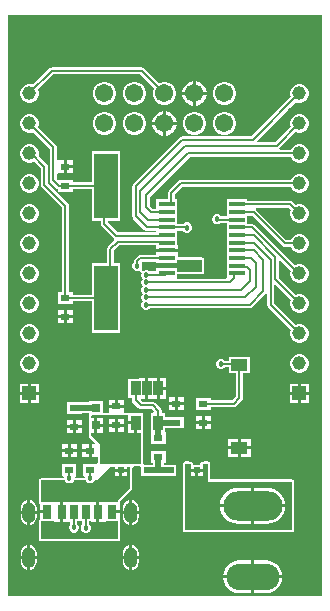
<source format=gtl>
G04*
G04 #@! TF.GenerationSoftware,Altium Limited,Altium Designer,23.1.1 (15)*
G04*
G04 Layer_Physical_Order=1*
G04 Layer_Color=255*
%FSLAX44Y44*%
%MOMM*%
G71*
G04*
G04 #@! TF.SameCoordinates,3E9F2625-A0FB-4649-AC3E-977DFEA3D768*
G04*
G04*
G04 #@! TF.FilePolarity,Positive*
G04*
G01*
G75*
%ADD17R,0.8000X0.6000*%
%ADD18R,0.6858X1.2000*%
%ADD19R,0.8000X1.2000*%
%ADD20R,2.0000X5.5000*%
%ADD21R,1.3500X0.4500*%
%ADD22R,0.8500X1.2500*%
%ADD23R,0.5000X0.5000*%
%ADD24R,0.8000X0.8000*%
%ADD25R,1.4000X1.0000*%
%ADD41C,0.1778*%
%ADD42C,0.5080*%
%ADD43O,0.8000X1.6000*%
%ADD44C,1.5450*%
%ADD45C,3.1800*%
%ADD46R,1.1628X1.1628*%
%ADD47C,1.1628*%
%ADD48O,4.5000X2.2500*%
%ADD49O,5.0000X2.5000*%
%ADD50C,1.2700*%
%ADD51C,0.4572*%
G36*
X274788Y-500848D02*
X8422D01*
Y-8422D01*
X274788D01*
Y-500848D01*
D02*
G37*
%LPC*%
G36*
X167721Y-64665D02*
X167640D01*
Y-73660D01*
X176635D01*
Y-73579D01*
X175935Y-70968D01*
X174584Y-68627D01*
X172673Y-66716D01*
X170332Y-65364D01*
X167721Y-64665D01*
D02*
G37*
G36*
X165100D02*
X165019D01*
X162408Y-65364D01*
X160067Y-66716D01*
X158156Y-68627D01*
X156805Y-70968D01*
X156105Y-73579D01*
Y-73660D01*
X165100D01*
Y-64665D01*
D02*
G37*
G36*
X256299Y-67116D02*
X254241D01*
X252254Y-67649D01*
X250472Y-68677D01*
X249017Y-70132D01*
X247988Y-71914D01*
X247456Y-73901D01*
Y-75959D01*
X247988Y-77946D01*
X248025Y-78009D01*
X214680Y-111354D01*
X156210D01*
X155083Y-111579D01*
X154127Y-112217D01*
X114757Y-151587D01*
X114119Y-152543D01*
X113894Y-153670D01*
Y-179070D01*
X114119Y-180197D01*
X114757Y-181153D01*
X124057Y-190453D01*
X125013Y-191091D01*
X126140Y-191316D01*
X134220D01*
Y-192634D01*
X101550D01*
X93116Y-184200D01*
Y-182660D01*
X103440D01*
Y-123660D01*
X79440D01*
Y-150214D01*
X63150D01*
Y-148160D01*
X51150D01*
X51150Y-148160D01*
Y-148160D01*
X50135Y-147570D01*
X49936Y-147370D01*
Y-143691D01*
X50610Y-142700D01*
X51206Y-142700D01*
X55880D01*
Y-137160D01*
Y-131620D01*
X51206D01*
X50610Y-131620D01*
X49936Y-130629D01*
Y-120650D01*
X49711Y-119523D01*
X49073Y-118567D01*
X33915Y-103409D01*
X33951Y-103346D01*
X34484Y-101359D01*
Y-99301D01*
X33951Y-97314D01*
X32923Y-95532D01*
X31468Y-94077D01*
X29686Y-93048D01*
X27699Y-92516D01*
X25641D01*
X23654Y-93048D01*
X21872Y-94077D01*
X20417Y-95532D01*
X19389Y-97314D01*
X18856Y-99301D01*
Y-101359D01*
X19389Y-103346D01*
X20417Y-105128D01*
X21872Y-106583D01*
X23654Y-107612D01*
X25641Y-108144D01*
X27699D01*
X29686Y-107612D01*
X29749Y-107575D01*
X44044Y-121870D01*
Y-148590D01*
X44269Y-149717D01*
X44907Y-150673D01*
X49477Y-155243D01*
X50433Y-155881D01*
X51150Y-156024D01*
Y-158160D01*
X63150D01*
Y-156106D01*
X79440D01*
Y-182660D01*
X87224D01*
Y-185420D01*
X87449Y-186547D01*
X88087Y-187503D01*
X98247Y-197663D01*
X98247Y-197663D01*
X98480Y-197818D01*
X98697Y-199397D01*
X93167Y-204927D01*
X92529Y-205883D01*
X92304Y-207010D01*
Y-218660D01*
X79440D01*
Y-245214D01*
X63150D01*
Y-243160D01*
X60096D01*
Y-170180D01*
X59871Y-169053D01*
X59233Y-168097D01*
X59233Y-168097D01*
X42316Y-151180D01*
Y-137160D01*
X42091Y-136033D01*
X41453Y-135077D01*
X34199Y-127823D01*
X34484Y-126759D01*
Y-124701D01*
X33951Y-122714D01*
X32923Y-120932D01*
X31468Y-119477D01*
X29686Y-118448D01*
X27699Y-117916D01*
X25641D01*
X23654Y-118448D01*
X21872Y-119477D01*
X20417Y-120932D01*
X19389Y-122714D01*
X18856Y-124701D01*
Y-126759D01*
X19389Y-128746D01*
X20417Y-130528D01*
X21872Y-131983D01*
X23654Y-133012D01*
X25641Y-133544D01*
X27699D01*
X29686Y-133012D01*
X30554Y-132510D01*
X36424Y-138380D01*
Y-152400D01*
X36649Y-153527D01*
X37287Y-154483D01*
X54204Y-171400D01*
Y-243160D01*
X51150D01*
Y-253160D01*
X63150D01*
Y-251106D01*
X79440D01*
Y-277660D01*
X103440D01*
Y-218660D01*
X98196D01*
Y-208230D01*
X102820Y-203606D01*
X133680D01*
Y-206600D01*
X142970D01*
X152260D01*
Y-203080D01*
X151720D01*
Y-191316D01*
X156644D01*
X157462Y-192134D01*
X159038Y-192786D01*
X160743D01*
X162318Y-192134D01*
X163524Y-190928D01*
X164176Y-189353D01*
Y-187647D01*
X163524Y-186072D01*
X162318Y-184867D01*
X160743Y-184214D01*
X159038D01*
X157462Y-184867D01*
X156904Y-185424D01*
X151720D01*
Y-173120D01*
Y-164620D01*
X149791D01*
Y-160445D01*
X156160Y-154076D01*
X247970D01*
X247988Y-154146D01*
X249017Y-155928D01*
X250472Y-157383D01*
X252254Y-158412D01*
X254241Y-158944D01*
X256299D01*
X258286Y-158412D01*
X260068Y-157383D01*
X261523Y-155928D01*
X262551Y-154146D01*
X263084Y-152159D01*
Y-150101D01*
X262551Y-148114D01*
X261523Y-146332D01*
X260068Y-144877D01*
X258286Y-143848D01*
X256299Y-143316D01*
X254241D01*
X252254Y-143848D01*
X250472Y-144877D01*
X249017Y-146332D01*
X247988Y-148114D01*
X247970Y-148184D01*
X154940D01*
X153813Y-148409D01*
X152857Y-149047D01*
X152857Y-149047D01*
X144763Y-157142D01*
X144124Y-158097D01*
X143900Y-159225D01*
Y-164620D01*
X134220D01*
Y-172424D01*
X130870D01*
X128676Y-170230D01*
Y-162510D01*
X162510Y-128676D01*
X247970D01*
X247988Y-128746D01*
X249017Y-130528D01*
X250472Y-131983D01*
X252254Y-133012D01*
X254241Y-133544D01*
X256299D01*
X258286Y-133012D01*
X260068Y-131983D01*
X261523Y-130528D01*
X262551Y-128746D01*
X263084Y-126759D01*
Y-124701D01*
X262551Y-122714D01*
X261523Y-120932D01*
X260068Y-119477D01*
X258286Y-118448D01*
X256299Y-117916D01*
X254241D01*
X252254Y-118448D01*
X250472Y-119477D01*
X249017Y-120932D01*
X247988Y-122714D01*
X247970Y-122784D01*
X238611D01*
X238226Y-121514D01*
X238303Y-121463D01*
X252191Y-107575D01*
X252254Y-107612D01*
X254241Y-108144D01*
X256299D01*
X258286Y-107612D01*
X260068Y-106583D01*
X261523Y-105128D01*
X262551Y-103346D01*
X263084Y-101359D01*
Y-99301D01*
X262551Y-97314D01*
X261523Y-95532D01*
X260068Y-94077D01*
X258286Y-93048D01*
X256299Y-92516D01*
X254241D01*
X252254Y-93048D01*
X250472Y-94077D01*
X249017Y-95532D01*
X247988Y-97314D01*
X247456Y-99301D01*
Y-101359D01*
X247988Y-103346D01*
X248025Y-103409D01*
X235000Y-116434D01*
X219727D01*
X219201Y-115164D01*
X252191Y-82175D01*
X252254Y-82212D01*
X254241Y-82744D01*
X256299D01*
X258286Y-82212D01*
X260068Y-81183D01*
X261523Y-79728D01*
X262551Y-77946D01*
X263084Y-75959D01*
Y-73901D01*
X262551Y-71914D01*
X261523Y-70132D01*
X260068Y-68677D01*
X258286Y-67649D01*
X256299Y-67116D01*
D02*
G37*
G36*
X193050Y-65205D02*
X190490D01*
X188016Y-65868D01*
X185799Y-67148D01*
X183988Y-68959D01*
X182708Y-71176D01*
X182045Y-73650D01*
Y-76210D01*
X182708Y-78684D01*
X183988Y-80901D01*
X185799Y-82712D01*
X188016Y-83992D01*
X190490Y-84655D01*
X193050D01*
X195524Y-83992D01*
X197741Y-82712D01*
X199552Y-80901D01*
X200832Y-78684D01*
X201495Y-76210D01*
Y-73650D01*
X200832Y-71176D01*
X199552Y-68959D01*
X197741Y-67148D01*
X195524Y-65868D01*
X193050Y-65205D01*
D02*
G37*
G36*
X121920Y-52934D02*
X45720D01*
X44593Y-53159D01*
X43637Y-53797D01*
X29749Y-67685D01*
X29686Y-67649D01*
X27699Y-67116D01*
X25641D01*
X23654Y-67649D01*
X21872Y-68677D01*
X20417Y-70132D01*
X19389Y-71914D01*
X18856Y-73901D01*
Y-75959D01*
X19389Y-77946D01*
X20417Y-79728D01*
X21872Y-81183D01*
X23654Y-82212D01*
X25641Y-82744D01*
X27699D01*
X29686Y-82212D01*
X31468Y-81183D01*
X32923Y-79728D01*
X33951Y-77946D01*
X34484Y-75959D01*
Y-73901D01*
X33951Y-71914D01*
X33915Y-71851D01*
X46940Y-58826D01*
X120700D01*
X132326Y-70452D01*
X131908Y-71176D01*
X131245Y-73650D01*
Y-76210D01*
X131908Y-78684D01*
X133188Y-80901D01*
X134999Y-82712D01*
X137216Y-83992D01*
X139690Y-84655D01*
X142250D01*
X144724Y-83992D01*
X146941Y-82712D01*
X148752Y-80901D01*
X150032Y-78684D01*
X150695Y-76210D01*
Y-73650D01*
X150032Y-71176D01*
X148752Y-68959D01*
X146941Y-67148D01*
X144724Y-65868D01*
X142250Y-65205D01*
X139690D01*
X137216Y-65868D01*
X136492Y-66286D01*
X124003Y-53797D01*
X123047Y-53159D01*
X121920Y-52934D01*
D02*
G37*
G36*
X116850Y-65205D02*
X114290D01*
X111816Y-65868D01*
X109599Y-67148D01*
X107788Y-68959D01*
X106508Y-71176D01*
X105845Y-73650D01*
Y-76210D01*
X106508Y-78684D01*
X107788Y-80901D01*
X109599Y-82712D01*
X111816Y-83992D01*
X114290Y-84655D01*
X116850D01*
X119324Y-83992D01*
X121541Y-82712D01*
X123352Y-80901D01*
X124632Y-78684D01*
X125295Y-76210D01*
Y-73650D01*
X124632Y-71176D01*
X123352Y-68959D01*
X121541Y-67148D01*
X119324Y-65868D01*
X116850Y-65205D01*
D02*
G37*
G36*
X91450D02*
X88890D01*
X86416Y-65868D01*
X84199Y-67148D01*
X82388Y-68959D01*
X81108Y-71176D01*
X80445Y-73650D01*
Y-76210D01*
X81108Y-78684D01*
X82388Y-80901D01*
X84199Y-82712D01*
X86416Y-83992D01*
X88890Y-84655D01*
X91450D01*
X93924Y-83992D01*
X96141Y-82712D01*
X97952Y-80901D01*
X99232Y-78684D01*
X99895Y-76210D01*
Y-73650D01*
X99232Y-71176D01*
X97952Y-68959D01*
X96141Y-67148D01*
X93924Y-65868D01*
X91450Y-65205D01*
D02*
G37*
G36*
X176635Y-76200D02*
X167640D01*
Y-85195D01*
X167721D01*
X170332Y-84495D01*
X172673Y-83144D01*
X174584Y-81233D01*
X175935Y-78892D01*
X176635Y-76281D01*
Y-76200D01*
D02*
G37*
G36*
X165100D02*
X156105D01*
Y-76281D01*
X156805Y-78892D01*
X158156Y-81233D01*
X160067Y-83144D01*
X162408Y-84495D01*
X165019Y-85195D01*
X165100D01*
Y-76200D01*
D02*
G37*
G36*
X142321Y-90065D02*
X142240D01*
Y-99060D01*
X151235D01*
Y-98979D01*
X150535Y-96368D01*
X149184Y-94027D01*
X147273Y-92116D01*
X144932Y-90765D01*
X142321Y-90065D01*
D02*
G37*
G36*
X139700D02*
X139619D01*
X137008Y-90765D01*
X134667Y-92116D01*
X132756Y-94027D01*
X131404Y-96368D01*
X130705Y-98979D01*
Y-99060D01*
X139700D01*
Y-90065D01*
D02*
G37*
G36*
X193050Y-90605D02*
X190490D01*
X188016Y-91268D01*
X185799Y-92548D01*
X183988Y-94359D01*
X182708Y-96576D01*
X182045Y-99050D01*
Y-101610D01*
X182708Y-104084D01*
X183988Y-106301D01*
X185799Y-108112D01*
X188016Y-109392D01*
X190490Y-110055D01*
X193050D01*
X195524Y-109392D01*
X197741Y-108112D01*
X199552Y-106301D01*
X200832Y-104084D01*
X201495Y-101610D01*
Y-99050D01*
X200832Y-96576D01*
X199552Y-94359D01*
X197741Y-92548D01*
X195524Y-91268D01*
X193050Y-90605D01*
D02*
G37*
G36*
X167650D02*
X165090D01*
X162616Y-91268D01*
X160399Y-92548D01*
X158588Y-94359D01*
X157308Y-96576D01*
X156645Y-99050D01*
Y-101610D01*
X157308Y-104084D01*
X158588Y-106301D01*
X160399Y-108112D01*
X162616Y-109392D01*
X165090Y-110055D01*
X167650D01*
X170124Y-109392D01*
X172341Y-108112D01*
X174152Y-106301D01*
X175432Y-104084D01*
X176095Y-101610D01*
Y-99050D01*
X175432Y-96576D01*
X174152Y-94359D01*
X172341Y-92548D01*
X170124Y-91268D01*
X167650Y-90605D01*
D02*
G37*
G36*
X116850D02*
X114290D01*
X111816Y-91268D01*
X109599Y-92548D01*
X107788Y-94359D01*
X106508Y-96576D01*
X105845Y-99050D01*
Y-101610D01*
X106508Y-104084D01*
X107788Y-106301D01*
X109599Y-108112D01*
X111816Y-109392D01*
X114290Y-110055D01*
X116850D01*
X119324Y-109392D01*
X121541Y-108112D01*
X123352Y-106301D01*
X124632Y-104084D01*
X125295Y-101610D01*
Y-99050D01*
X124632Y-96576D01*
X123352Y-94359D01*
X121541Y-92548D01*
X119324Y-91268D01*
X116850Y-90605D01*
D02*
G37*
G36*
X91450D02*
X88890D01*
X86416Y-91268D01*
X84199Y-92548D01*
X82388Y-94359D01*
X81108Y-96576D01*
X80445Y-99050D01*
Y-101610D01*
X81108Y-104084D01*
X82388Y-106301D01*
X84199Y-108112D01*
X86416Y-109392D01*
X88890Y-110055D01*
X91450D01*
X93924Y-109392D01*
X96141Y-108112D01*
X97952Y-106301D01*
X99232Y-104084D01*
X99895Y-101610D01*
Y-99050D01*
X99232Y-96576D01*
X97952Y-94359D01*
X96141Y-92548D01*
X93924Y-91268D01*
X91450Y-90605D01*
D02*
G37*
G36*
X151235Y-101600D02*
X142240D01*
Y-110595D01*
X142321D01*
X144932Y-109895D01*
X147273Y-108544D01*
X149184Y-106633D01*
X150535Y-104292D01*
X151235Y-101681D01*
Y-101600D01*
D02*
G37*
G36*
X139700D02*
X130705D01*
Y-101681D01*
X131404Y-104292D01*
X132756Y-106633D01*
X134667Y-108544D01*
X137008Y-109895D01*
X139619Y-110595D01*
X139700D01*
Y-101600D01*
D02*
G37*
G36*
X58420Y-131620D02*
Y-135890D01*
X63690D01*
Y-131620D01*
X58420D01*
D02*
G37*
G36*
X63690Y-138430D02*
X58420D01*
Y-142700D01*
X63690D01*
Y-138430D01*
D02*
G37*
G36*
X27699Y-143316D02*
X25641D01*
X23654Y-143848D01*
X21872Y-144877D01*
X20417Y-146332D01*
X19389Y-148114D01*
X18856Y-150101D01*
Y-152159D01*
X19389Y-154146D01*
X20417Y-155928D01*
X21872Y-157383D01*
X23654Y-158412D01*
X25641Y-158944D01*
X27699D01*
X29686Y-158412D01*
X31468Y-157383D01*
X32923Y-155928D01*
X33951Y-154146D01*
X34484Y-152159D01*
Y-150101D01*
X33951Y-148114D01*
X32923Y-146332D01*
X31468Y-144877D01*
X29686Y-143848D01*
X27699Y-143316D01*
D02*
G37*
G36*
X211220Y-164620D02*
X193720D01*
Y-173120D01*
Y-178794D01*
X188666D01*
X187848Y-177976D01*
X186273Y-177324D01*
X184567D01*
X182992Y-177976D01*
X181786Y-179182D01*
X181134Y-180757D01*
Y-182463D01*
X181786Y-184038D01*
X182992Y-185243D01*
X184567Y-185896D01*
X186273D01*
X187848Y-185243D01*
X188406Y-184686D01*
X193720D01*
Y-192620D01*
Y-199120D01*
Y-205620D01*
Y-212120D01*
Y-218620D01*
Y-225120D01*
Y-231620D01*
X192609Y-232004D01*
X152831D01*
X151720Y-231620D01*
Y-228099D01*
X172720D01*
X173500Y-227944D01*
X174162Y-227502D01*
X174604Y-226840D01*
X174759Y-226060D01*
Y-215900D01*
X174604Y-215120D01*
X174162Y-214458D01*
X173500Y-214016D01*
X172720Y-213861D01*
X152427D01*
X152260Y-212660D01*
X152260Y-212660D01*
X152260Y-212660D01*
Y-209140D01*
X142970D01*
X133680D01*
Y-211424D01*
X120554D01*
X120554Y-211424D01*
X119427Y-211649D01*
X118471Y-212287D01*
X118471Y-212287D01*
X116027Y-214731D01*
X115389Y-215687D01*
X115164Y-216814D01*
Y-217864D01*
X114476Y-218552D01*
X113824Y-220127D01*
Y-221833D01*
X114476Y-223408D01*
X115682Y-224613D01*
X117257Y-225266D01*
X118963D01*
X119497Y-225045D01*
X120036Y-225333D01*
X120478Y-225995D01*
X121140Y-226437D01*
X121863Y-226736D01*
X121444Y-227747D01*
Y-229453D01*
X122097Y-231028D01*
X122844Y-231775D01*
X122097Y-232522D01*
X121444Y-234097D01*
Y-235803D01*
X122097Y-237378D01*
X122844Y-238125D01*
X122097Y-238872D01*
X121444Y-240447D01*
Y-242153D01*
X122097Y-243728D01*
X122844Y-244475D01*
X122097Y-245222D01*
X121444Y-246797D01*
Y-248503D01*
X122097Y-250078D01*
X122844Y-250825D01*
X122097Y-251572D01*
X121444Y-253147D01*
Y-254853D01*
X122097Y-256428D01*
X123302Y-257633D01*
X124877Y-258286D01*
X126583D01*
X128158Y-257633D01*
X128846Y-256946D01*
X213360D01*
X214487Y-256721D01*
X215443Y-256083D01*
X226873Y-244653D01*
X226924Y-244576D01*
X228194Y-244961D01*
Y-254000D01*
X228419Y-255127D01*
X229057Y-256083D01*
X248025Y-275051D01*
X247988Y-275114D01*
X247456Y-277101D01*
Y-279159D01*
X247988Y-281146D01*
X249017Y-282928D01*
X250472Y-284383D01*
X252254Y-285411D01*
X254241Y-285944D01*
X256299D01*
X258286Y-285411D01*
X260068Y-284383D01*
X261523Y-282928D01*
X262551Y-281146D01*
X263084Y-279159D01*
Y-277101D01*
X262551Y-275114D01*
X261523Y-273332D01*
X260068Y-271877D01*
X258286Y-270849D01*
X256299Y-270316D01*
X254241D01*
X252254Y-270849D01*
X252191Y-270885D01*
X234086Y-252780D01*
Y-237371D01*
X235259Y-236885D01*
X248025Y-249651D01*
X247988Y-249714D01*
X247456Y-251701D01*
Y-253759D01*
X247988Y-255746D01*
X249017Y-257528D01*
X250472Y-258983D01*
X252254Y-260012D01*
X254241Y-260544D01*
X256299D01*
X258286Y-260012D01*
X260068Y-258983D01*
X261523Y-257528D01*
X262551Y-255746D01*
X263084Y-253759D01*
Y-251701D01*
X262551Y-249714D01*
X261523Y-247932D01*
X260068Y-246477D01*
X258286Y-245448D01*
X256299Y-244916D01*
X254241D01*
X252254Y-245448D01*
X252191Y-245485D01*
X237896Y-231190D01*
Y-217051D01*
X239069Y-216565D01*
X247741Y-225237D01*
X247456Y-226301D01*
Y-228359D01*
X247988Y-230346D01*
X249017Y-232128D01*
X250472Y-233583D01*
X252254Y-234611D01*
X254241Y-235144D01*
X256299D01*
X258286Y-234611D01*
X260068Y-233583D01*
X261523Y-232128D01*
X262551Y-230346D01*
X263084Y-228359D01*
Y-226301D01*
X262551Y-224314D01*
X261523Y-222532D01*
X260068Y-221077D01*
X258286Y-220049D01*
X256299Y-219516D01*
X254241D01*
X252254Y-220049D01*
X251386Y-220550D01*
X217123Y-186287D01*
X216167Y-185649D01*
X215040Y-185424D01*
X211220D01*
Y-178316D01*
X215287D01*
X240984Y-204013D01*
X241940Y-204651D01*
X243067Y-204876D01*
X247970D01*
X247988Y-204946D01*
X249017Y-206728D01*
X250472Y-208183D01*
X252254Y-209212D01*
X254241Y-209744D01*
X256299D01*
X258286Y-209212D01*
X260068Y-208183D01*
X261523Y-206728D01*
X262551Y-204946D01*
X263084Y-202959D01*
Y-200901D01*
X262551Y-198914D01*
X261523Y-197132D01*
X260068Y-195677D01*
X258286Y-194648D01*
X256299Y-194116D01*
X254241D01*
X252254Y-194648D01*
X250472Y-195677D01*
X249017Y-197132D01*
X247988Y-198914D01*
X247970Y-198984D01*
X244287D01*
X218590Y-173287D01*
X218288Y-173086D01*
X218674Y-171816D01*
X246390D01*
X248025Y-173451D01*
X247988Y-173514D01*
X247456Y-175501D01*
Y-177559D01*
X247988Y-179546D01*
X249017Y-181328D01*
X250472Y-182783D01*
X252254Y-183811D01*
X254241Y-184344D01*
X256299D01*
X258286Y-183811D01*
X260068Y-182783D01*
X261523Y-181328D01*
X262551Y-179546D01*
X263084Y-177559D01*
Y-175501D01*
X262551Y-173514D01*
X261523Y-171732D01*
X260068Y-170277D01*
X258286Y-169249D01*
X256299Y-168716D01*
X254241D01*
X252254Y-169249D01*
X252191Y-169285D01*
X249693Y-166787D01*
X248737Y-166149D01*
X247610Y-165924D01*
X211220D01*
Y-164620D01*
D02*
G37*
G36*
X27699Y-168716D02*
X25641D01*
X23654Y-169249D01*
X21872Y-170277D01*
X20417Y-171732D01*
X19389Y-173514D01*
X18856Y-175501D01*
Y-177559D01*
X19389Y-179546D01*
X20417Y-181328D01*
X21872Y-182783D01*
X23654Y-183811D01*
X25641Y-184344D01*
X27699D01*
X29686Y-183811D01*
X31468Y-182783D01*
X32923Y-181328D01*
X33951Y-179546D01*
X34484Y-177559D01*
Y-175501D01*
X33951Y-173514D01*
X32923Y-171732D01*
X31468Y-170277D01*
X29686Y-169249D01*
X27699Y-168716D01*
D02*
G37*
G36*
Y-194116D02*
X25641D01*
X23654Y-194648D01*
X21872Y-195677D01*
X20417Y-197132D01*
X19389Y-198914D01*
X18856Y-200901D01*
Y-202959D01*
X19389Y-204946D01*
X20417Y-206728D01*
X21872Y-208183D01*
X23654Y-209212D01*
X25641Y-209744D01*
X27699D01*
X29686Y-209212D01*
X31468Y-208183D01*
X32923Y-206728D01*
X33951Y-204946D01*
X34484Y-202959D01*
Y-200901D01*
X33951Y-198914D01*
X32923Y-197132D01*
X31468Y-195677D01*
X29686Y-194648D01*
X27699Y-194116D01*
D02*
G37*
G36*
Y-219516D02*
X25641D01*
X23654Y-220049D01*
X21872Y-221077D01*
X20417Y-222532D01*
X19389Y-224314D01*
X18856Y-226301D01*
Y-228359D01*
X19389Y-230346D01*
X20417Y-232128D01*
X21872Y-233583D01*
X23654Y-234611D01*
X25641Y-235144D01*
X27699D01*
X29686Y-234611D01*
X31468Y-233583D01*
X32923Y-232128D01*
X33951Y-230346D01*
X34484Y-228359D01*
Y-226301D01*
X33951Y-224314D01*
X32923Y-222532D01*
X31468Y-221077D01*
X29686Y-220049D01*
X27699Y-219516D01*
D02*
G37*
G36*
Y-244916D02*
X25641D01*
X23654Y-245448D01*
X21872Y-246477D01*
X20417Y-247932D01*
X19389Y-249714D01*
X18856Y-251701D01*
Y-253759D01*
X19389Y-255746D01*
X20417Y-257528D01*
X21872Y-258983D01*
X23654Y-260012D01*
X25641Y-260544D01*
X27699D01*
X29686Y-260012D01*
X31468Y-258983D01*
X32923Y-257528D01*
X33951Y-255746D01*
X34484Y-253759D01*
Y-251701D01*
X33951Y-249714D01*
X32923Y-247932D01*
X31468Y-246477D01*
X29686Y-245448D01*
X27699Y-244916D01*
D02*
G37*
G36*
X63690Y-258620D02*
X58420D01*
Y-262890D01*
X63690D01*
Y-258620D01*
D02*
G37*
G36*
X55880D02*
X50610D01*
Y-262890D01*
X55880D01*
Y-258620D01*
D02*
G37*
G36*
X63690Y-265430D02*
X58420D01*
Y-269700D01*
X63690D01*
Y-265430D01*
D02*
G37*
G36*
X55880D02*
X50610D01*
Y-269700D01*
X55880D01*
Y-265430D01*
D02*
G37*
G36*
X27699Y-270316D02*
X25641D01*
X23654Y-270849D01*
X21872Y-271877D01*
X20417Y-273332D01*
X19389Y-275114D01*
X18856Y-277101D01*
Y-279159D01*
X19389Y-281146D01*
X20417Y-282928D01*
X21872Y-284383D01*
X23654Y-285411D01*
X25641Y-285944D01*
X27699D01*
X29686Y-285411D01*
X31468Y-284383D01*
X32923Y-282928D01*
X33951Y-281146D01*
X34484Y-279159D01*
Y-277101D01*
X33951Y-275114D01*
X32923Y-273332D01*
X31468Y-271877D01*
X29686Y-270849D01*
X27699Y-270316D01*
D02*
G37*
G36*
X213470Y-297852D02*
X195470D01*
Y-301092D01*
X192092D01*
X191404Y-300404D01*
X189829Y-299752D01*
X188123D01*
X186548Y-300404D01*
X185343Y-301610D01*
X184690Y-303185D01*
Y-304891D01*
X185343Y-306466D01*
X186548Y-307672D01*
X188123Y-308324D01*
X189829D01*
X191404Y-307672D01*
X192092Y-306984D01*
X195470D01*
Y-311852D01*
X201524D01*
Y-331520D01*
X198400Y-334644D01*
X179990D01*
Y-332590D01*
X167990D01*
Y-342590D01*
X179990D01*
Y-340536D01*
X199620D01*
X200747Y-340311D01*
X201703Y-339673D01*
X206553Y-334823D01*
X207191Y-333867D01*
X207416Y-332740D01*
Y-311852D01*
X213470D01*
Y-297852D01*
D02*
G37*
G36*
X256299Y-295716D02*
X254241D01*
X252254Y-296248D01*
X250472Y-297277D01*
X249017Y-298732D01*
X247988Y-300514D01*
X247456Y-302501D01*
Y-304559D01*
X247988Y-306546D01*
X249017Y-308328D01*
X250472Y-309783D01*
X252254Y-310812D01*
X254241Y-311344D01*
X256299D01*
X258286Y-310812D01*
X260068Y-309783D01*
X261523Y-308328D01*
X262551Y-306546D01*
X263084Y-304559D01*
Y-302501D01*
X262551Y-300514D01*
X261523Y-298732D01*
X260068Y-297277D01*
X258286Y-296248D01*
X256299Y-295716D01*
D02*
G37*
G36*
X27699D02*
X25641D01*
X23654Y-296248D01*
X21872Y-297277D01*
X20417Y-298732D01*
X19389Y-300514D01*
X18856Y-302501D01*
Y-304559D01*
X19389Y-306546D01*
X20417Y-308328D01*
X21872Y-309783D01*
X23654Y-310812D01*
X25641Y-311344D01*
X27699D01*
X29686Y-310812D01*
X31468Y-309783D01*
X32923Y-308328D01*
X33951Y-306546D01*
X34484Y-304559D01*
Y-302501D01*
X33951Y-300514D01*
X32923Y-298732D01*
X31468Y-297277D01*
X29686Y-296248D01*
X27699Y-295716D01*
D02*
G37*
G36*
X142414Y-315800D02*
X136894D01*
Y-323320D01*
X142414D01*
Y-315800D01*
D02*
G37*
G36*
X263624Y-320576D02*
X256540D01*
Y-327660D01*
X263624D01*
Y-320576D01*
D02*
G37*
G36*
X35024D02*
X27940D01*
Y-327660D01*
X35024D01*
Y-320576D01*
D02*
G37*
G36*
X254000D02*
X246916D01*
Y-327660D01*
X254000D01*
Y-320576D01*
D02*
G37*
G36*
X25400D02*
X18316D01*
Y-327660D01*
X25400D01*
Y-320576D01*
D02*
G37*
G36*
X142414Y-325860D02*
X136894D01*
Y-333380D01*
X142414D01*
Y-325860D01*
D02*
G37*
G36*
X134354Y-315800D02*
X127394D01*
Y-324590D01*
Y-333380D01*
X134354D01*
Y-324590D01*
Y-315800D01*
D02*
G37*
G36*
X157670Y-332050D02*
X152400D01*
Y-336320D01*
X157670D01*
Y-332050D01*
D02*
G37*
G36*
X149860D02*
X144590D01*
Y-336320D01*
X149860D01*
Y-332050D01*
D02*
G37*
G36*
X88812Y-334980D02*
X76812D01*
Y-336351D01*
X70770D01*
Y-335980D01*
X58770D01*
Y-345980D01*
X70770D01*
Y-345609D01*
X76812D01*
Y-346980D01*
X76812Y-346980D01*
X76701Y-347980D01*
Y-349440D01*
X76812Y-349999D01*
Y-361961D01*
X76701Y-362520D01*
Y-364490D01*
X76856Y-365270D01*
X77298Y-365932D01*
X82253Y-370887D01*
X81767Y-372060D01*
X79370D01*
Y-377600D01*
Y-383140D01*
X84321D01*
Y-387421D01*
X84100Y-388600D01*
X83600Y-388600D01*
X72100D01*
Y-398600D01*
X72723D01*
X73502Y-399764D01*
X73179Y-400551D01*
X65401D01*
X65078Y-399764D01*
X65857Y-398600D01*
X66480D01*
Y-388600D01*
X54480D01*
Y-398600D01*
X55103D01*
X55882Y-399764D01*
X55559Y-400551D01*
X36830D01*
X36050Y-400706D01*
X35388Y-401148D01*
X34946Y-401810D01*
X34791Y-402590D01*
Y-421160D01*
X34946Y-421940D01*
X35250Y-422395D01*
Y-427890D01*
X41790D01*
Y-430430D01*
X35250D01*
Y-435925D01*
X34946Y-436380D01*
X34791Y-437160D01*
Y-452120D01*
X34946Y-452900D01*
X35388Y-453562D01*
X36050Y-454004D01*
X36830Y-454159D01*
X101600D01*
X102380Y-454004D01*
X103042Y-453562D01*
X103484Y-452900D01*
X103639Y-452120D01*
Y-437160D01*
X103484Y-436380D01*
X103330Y-436149D01*
Y-430430D01*
X96790D01*
Y-427890D01*
X103330D01*
Y-422171D01*
X103484Y-421940D01*
X103639Y-421160D01*
Y-419945D01*
X113202Y-410382D01*
X113644Y-409720D01*
X113799Y-408940D01*
Y-391929D01*
X114862Y-390659D01*
X120416D01*
X120416Y-390659D01*
X121152Y-391356D01*
X121380Y-391762D01*
Y-393436D01*
X121251Y-394084D01*
X121380Y-394732D01*
Y-398584D01*
X125232D01*
X125880Y-398713D01*
X146200D01*
X146848Y-398584D01*
X150700D01*
Y-394732D01*
X150829Y-394084D01*
X150700Y-393436D01*
Y-389584D01*
X146848D01*
X146200Y-389455D01*
X140519D01*
Y-387650D01*
X141890D01*
Y-377650D01*
X129890D01*
Y-387650D01*
X131261D01*
Y-389455D01*
X125880D01*
X125232Y-389584D01*
X123920D01*
X123365Y-389115D01*
X122952Y-388489D01*
X122913Y-388314D01*
X122913Y-362380D01*
X122819Y-361907D01*
X122874Y-361840D01*
X122874D01*
Y-345340D01*
X110374D01*
Y-345340D01*
X110307Y-345395D01*
X109834Y-345301D01*
X106870D01*
Y-341250D01*
X93790D01*
Y-345301D01*
X88812D01*
Y-334980D01*
D02*
G37*
G36*
X263624Y-330200D02*
X256540D01*
Y-337284D01*
X263624D01*
Y-330200D01*
D02*
G37*
G36*
X254000D02*
X246916D01*
Y-337284D01*
X254000D01*
Y-330200D01*
D02*
G37*
G36*
X35024D02*
X27940D01*
Y-337284D01*
X35024D01*
Y-330200D01*
D02*
G37*
G36*
X25400D02*
X18316D01*
Y-337284D01*
X25400D01*
Y-330200D01*
D02*
G37*
G36*
X106870Y-334440D02*
X101600D01*
Y-338710D01*
X106870D01*
Y-334440D01*
D02*
G37*
G36*
X99060D02*
X93790D01*
Y-338710D01*
X99060D01*
Y-334440D01*
D02*
G37*
G36*
X157670Y-338860D02*
X152400D01*
Y-343130D01*
X157670D01*
Y-338860D01*
D02*
G37*
G36*
X149860D02*
X144590D01*
Y-343130D01*
X149860D01*
Y-338860D01*
D02*
G37*
G36*
X180530Y-348050D02*
X175260D01*
Y-352320D01*
X180530D01*
Y-348050D01*
D02*
G37*
G36*
X172720D02*
X167450D01*
Y-352320D01*
X172720D01*
Y-348050D01*
D02*
G37*
G36*
X71310Y-351440D02*
X66040D01*
Y-355710D01*
X71310D01*
Y-351440D01*
D02*
G37*
G36*
X63500D02*
X58230D01*
Y-355710D01*
X63500D01*
Y-351440D01*
D02*
G37*
G36*
X124854Y-315800D02*
X119334D01*
Y-316340D01*
X110374D01*
Y-332840D01*
X113678D01*
Y-334670D01*
X113903Y-335797D01*
X114541Y-336753D01*
X118961Y-341173D01*
X118961Y-341173D01*
X119917Y-341811D01*
X121044Y-342036D01*
X129984D01*
X132018Y-344070D01*
X131492Y-345340D01*
X129374D01*
Y-361840D01*
X129890D01*
Y-371650D01*
X141890D01*
Y-361650D01*
X141874D01*
Y-358219D01*
X145130D01*
Y-358590D01*
X157130D01*
Y-348590D01*
X145130D01*
Y-348961D01*
X141874D01*
Y-345340D01*
X138570D01*
Y-343510D01*
X138345Y-342383D01*
X137707Y-341427D01*
X133287Y-337007D01*
X132331Y-336369D01*
X131204Y-336144D01*
X122264D01*
X120770Y-334650D01*
X121296Y-333380D01*
X124854D01*
Y-324590D01*
Y-315800D01*
D02*
G37*
G36*
X180530Y-354860D02*
X175260D01*
Y-359130D01*
X180530D01*
Y-354860D01*
D02*
G37*
G36*
X172720D02*
X167450D01*
Y-359130D01*
X172720D01*
Y-354860D01*
D02*
G37*
G36*
X71310Y-358250D02*
X66040D01*
Y-362520D01*
X71310D01*
Y-358250D01*
D02*
G37*
G36*
X63500D02*
X58230D01*
Y-362520D01*
X63500D01*
Y-358250D01*
D02*
G37*
G36*
X214010Y-367312D02*
X205740D01*
Y-373582D01*
X214010D01*
Y-367312D01*
D02*
G37*
G36*
X203200D02*
X194930D01*
Y-373582D01*
X203200D01*
Y-367312D01*
D02*
G37*
G36*
X67020Y-372060D02*
X61750D01*
Y-376330D01*
X67020D01*
Y-372060D01*
D02*
G37*
G36*
X76830D02*
X71560D01*
Y-376330D01*
X76830D01*
Y-372060D01*
D02*
G37*
G36*
X59210D02*
X53940D01*
Y-376330D01*
X59210D01*
Y-372060D01*
D02*
G37*
G36*
X214010Y-376122D02*
X205740D01*
Y-382392D01*
X214010D01*
Y-376122D01*
D02*
G37*
G36*
X203200D02*
X194930D01*
Y-382392D01*
X203200D01*
Y-376122D01*
D02*
G37*
G36*
X76830Y-378870D02*
X71560D01*
Y-383140D01*
X76830D01*
Y-378870D01*
D02*
G37*
G36*
X67020D02*
X61750D01*
Y-383140D01*
X67020D01*
Y-378870D01*
D02*
G37*
G36*
X59210D02*
X53940D01*
Y-383140D01*
X59210D01*
Y-378870D01*
D02*
G37*
G36*
X177800Y-386581D02*
X174334D01*
X173967Y-386654D01*
X173598Y-386719D01*
X172503Y-387143D01*
X172483Y-387155D01*
X172460Y-387160D01*
X172148Y-387369D01*
X171832Y-387569D01*
X171818Y-387589D01*
X171798Y-387602D01*
X171590Y-387914D01*
X171374Y-388220D01*
X171369Y-388244D01*
X171356Y-388264D01*
X171283Y-388631D01*
X171201Y-388997D01*
X170173Y-389584D01*
X166227D01*
X165199Y-388997D01*
X165117Y-388631D01*
X165044Y-388264D01*
X165031Y-388244D01*
X165026Y-388220D01*
X164810Y-387914D01*
X164602Y-387602D01*
X164582Y-387589D01*
X164568Y-387569D01*
X164252Y-387369D01*
X163940Y-387160D01*
X163917Y-387155D01*
X163897Y-387143D01*
X162802Y-386719D01*
X162433Y-386654D01*
X162066Y-386581D01*
X158750D01*
X157970Y-386736D01*
X157308Y-387178D01*
X156866Y-387840D01*
X156711Y-388620D01*
Y-403860D01*
Y-420370D01*
Y-444500D01*
X156866Y-445280D01*
X157308Y-445942D01*
X157970Y-446384D01*
X158750Y-446539D01*
X248920D01*
X249700Y-446384D01*
X250362Y-445942D01*
X250804Y-445280D01*
X250959Y-444500D01*
Y-403860D01*
X250804Y-403080D01*
X250362Y-402418D01*
X249700Y-401976D01*
X248920Y-401821D01*
X179839D01*
Y-388620D01*
X179684Y-387840D01*
X179242Y-387178D01*
X178580Y-386736D01*
X177800Y-386581D01*
D02*
G37*
G36*
X113760Y-419531D02*
Y-421612D01*
X113910Y-421650D01*
X114190Y-421730D01*
X114460Y-421830D01*
X114730Y-421940D01*
X114990Y-422060D01*
X115240Y-422200D01*
X115490Y-422350D01*
X115720Y-422510D01*
X115950Y-422690D01*
X116170Y-422870D01*
X116380Y-423070D01*
X116580Y-423280D01*
X116760Y-423500D01*
X116940Y-423730D01*
X117100Y-423960D01*
X117250Y-424210D01*
X117390Y-424460D01*
X117510Y-424720D01*
X117620Y-424990D01*
X117720Y-425260D01*
X117800Y-425540D01*
X117870Y-425820D01*
X117920Y-426100D01*
X117960Y-426390D01*
X117980Y-426670D01*
X117990Y-426960D01*
Y-428690D01*
X119086D01*
Y-425960D01*
X118862Y-424253D01*
X118203Y-422662D01*
X117154Y-421296D01*
X115788Y-420247D01*
X114197Y-419588D01*
X113760Y-419531D01*
D02*
G37*
G36*
X111220Y-419531D02*
X110783Y-419588D01*
X109192Y-420247D01*
X107825Y-421296D01*
X106777Y-422662D01*
X106118Y-424253D01*
X105893Y-425960D01*
Y-428690D01*
X106990D01*
Y-426960D01*
X107000Y-426670D01*
X107020Y-426390D01*
X107060Y-426100D01*
X107110Y-425820D01*
X107180Y-425540D01*
X107260Y-425260D01*
X107360Y-424990D01*
X107470Y-424720D01*
X107590Y-424460D01*
X107730Y-424210D01*
X107880Y-423960D01*
X108040Y-423730D01*
X108220Y-423500D01*
X108400Y-423280D01*
X108600Y-423070D01*
X108810Y-422870D01*
X109030Y-422690D01*
X109260Y-422510D01*
X109490Y-422350D01*
X109740Y-422200D01*
X109990Y-422060D01*
X110250Y-421940D01*
X110520Y-421830D01*
X110790Y-421730D01*
X111070Y-421650D01*
X111220Y-421613D01*
Y-419531D01*
D02*
G37*
G36*
X27360D02*
Y-421613D01*
X27510Y-421650D01*
X27790Y-421730D01*
X28060Y-421830D01*
X28330Y-421940D01*
X28590Y-422060D01*
X28840Y-422200D01*
X29090Y-422350D01*
X29320Y-422510D01*
X29550Y-422690D01*
X29770Y-422870D01*
X29980Y-423070D01*
X30180Y-423280D01*
X30360Y-423500D01*
X30540Y-423730D01*
X30700Y-423960D01*
X30850Y-424210D01*
X30990Y-424460D01*
X31110Y-424720D01*
X31220Y-424990D01*
X31320Y-425260D01*
X31400Y-425540D01*
X31470Y-425820D01*
X31520Y-426100D01*
X31560Y-426390D01*
X31580Y-426670D01*
X31590Y-426960D01*
Y-428690D01*
X32686D01*
Y-425960D01*
X32462Y-424253D01*
X31803Y-422662D01*
X30754Y-421296D01*
X29388Y-420247D01*
X27797Y-419588D01*
X27360Y-419531D01*
D02*
G37*
G36*
X24820Y-419531D02*
X24383Y-419588D01*
X22792Y-420247D01*
X21426Y-421296D01*
X20377Y-422662D01*
X19718Y-424253D01*
X19493Y-425960D01*
Y-428690D01*
X20590D01*
Y-426960D01*
X20600Y-426670D01*
X20620Y-426390D01*
X20660Y-426100D01*
X20710Y-425820D01*
X20780Y-425540D01*
X20860Y-425260D01*
X20960Y-424990D01*
X21070Y-424720D01*
X21190Y-424460D01*
X21330Y-424210D01*
X21480Y-423960D01*
X21640Y-423730D01*
X21820Y-423500D01*
X22000Y-423280D01*
X22200Y-423070D01*
X22410Y-422870D01*
X22630Y-422690D01*
X22860Y-422510D01*
X23090Y-422350D01*
X23340Y-422200D01*
X23590Y-422060D01*
X23850Y-421940D01*
X24120Y-421830D01*
X24390Y-421730D01*
X24670Y-421650D01*
X24820Y-421612D01*
Y-419531D01*
D02*
G37*
G36*
X32686Y-431230D02*
X31590D01*
Y-432960D01*
X31580Y-433250D01*
X31560Y-433530D01*
X31520Y-433820D01*
X31470Y-434100D01*
X31400Y-434380D01*
X31320Y-434660D01*
X31220Y-434930D01*
X31110Y-435200D01*
X30990Y-435460D01*
X30850Y-435710D01*
X30700Y-435960D01*
X30540Y-436190D01*
X30360Y-436420D01*
X30180Y-436640D01*
X29980Y-436850D01*
X29770Y-437050D01*
X29550Y-437230D01*
X29320Y-437410D01*
X29090Y-437570D01*
X28840Y-437720D01*
X28590Y-437860D01*
X28330Y-437980D01*
X28060Y-438090D01*
X27790Y-438190D01*
X27510Y-438270D01*
X27360Y-438307D01*
Y-440389D01*
X27797Y-440332D01*
X29388Y-439673D01*
X30754Y-438624D01*
X31803Y-437258D01*
X32462Y-435667D01*
X32686Y-433960D01*
Y-431230D01*
D02*
G37*
G36*
X106990Y-431230D02*
X105893D01*
Y-433960D01*
X106118Y-435667D01*
X106777Y-437258D01*
X107825Y-438624D01*
X109192Y-439673D01*
X110783Y-440332D01*
X111220Y-440389D01*
Y-438307D01*
X111070Y-438270D01*
X110790Y-438190D01*
X110520Y-438090D01*
X110250Y-437980D01*
X109990Y-437860D01*
X109740Y-437720D01*
X109490Y-437570D01*
X109260Y-437410D01*
X109030Y-437230D01*
X108810Y-437050D01*
X108600Y-436850D01*
X108400Y-436640D01*
X108220Y-436420D01*
X108040Y-436190D01*
X107880Y-435960D01*
X107730Y-435710D01*
X107590Y-435460D01*
X107470Y-435200D01*
X107360Y-434930D01*
X107260Y-434660D01*
X107180Y-434380D01*
X107110Y-434100D01*
X107060Y-433820D01*
X107020Y-433530D01*
X107000Y-433250D01*
X106990Y-432960D01*
Y-431230D01*
D02*
G37*
G36*
X119086D02*
X117990D01*
Y-432960D01*
X117980Y-433250D01*
X117960Y-433530D01*
X117920Y-433820D01*
X117870Y-434100D01*
X117800Y-434380D01*
X117720Y-434660D01*
X117620Y-434930D01*
X117510Y-435200D01*
X117390Y-435460D01*
X117250Y-435710D01*
X117100Y-435960D01*
X116940Y-436190D01*
X116760Y-436420D01*
X116580Y-436640D01*
X116380Y-436850D01*
X116170Y-437050D01*
X115950Y-437230D01*
X115720Y-437410D01*
X115490Y-437570D01*
X115240Y-437720D01*
X114990Y-437860D01*
X114730Y-437980D01*
X114460Y-438090D01*
X114190Y-438190D01*
X113910Y-438270D01*
X113760Y-438307D01*
Y-440389D01*
X114197Y-440332D01*
X115788Y-439673D01*
X117154Y-438624D01*
X118203Y-437258D01*
X118862Y-435667D01*
X119086Y-433960D01*
Y-431230D01*
D02*
G37*
G36*
X20590Y-431230D02*
X19493D01*
Y-433960D01*
X19718Y-435667D01*
X20377Y-437258D01*
X21426Y-438624D01*
X22792Y-439673D01*
X24383Y-440332D01*
X24820Y-440389D01*
Y-438307D01*
X24670Y-438270D01*
X24390Y-438190D01*
X24120Y-438090D01*
X23850Y-437980D01*
X23590Y-437860D01*
X23340Y-437720D01*
X23090Y-437570D01*
X22860Y-437410D01*
X22630Y-437230D01*
X22410Y-437050D01*
X22200Y-436850D01*
X22000Y-436640D01*
X21820Y-436420D01*
X21640Y-436190D01*
X21480Y-435960D01*
X21330Y-435710D01*
X21190Y-435460D01*
X21070Y-435200D01*
X20960Y-434930D01*
X20860Y-434660D01*
X20780Y-434380D01*
X20710Y-434100D01*
X20660Y-433820D01*
X20620Y-433530D01*
X20600Y-433250D01*
X20590Y-432960D01*
Y-431230D01*
D02*
G37*
G36*
X113760Y-457531D02*
Y-459612D01*
X113910Y-459650D01*
X114190Y-459730D01*
X114460Y-459830D01*
X114730Y-459940D01*
X114990Y-460060D01*
X115240Y-460200D01*
X115490Y-460350D01*
X115720Y-460510D01*
X115950Y-460690D01*
X116170Y-460870D01*
X116380Y-461070D01*
X116580Y-461280D01*
X116760Y-461500D01*
X116940Y-461730D01*
X117100Y-461960D01*
X117250Y-462210D01*
X117390Y-462460D01*
X117510Y-462720D01*
X117620Y-462990D01*
X117720Y-463260D01*
X117800Y-463540D01*
X117870Y-463820D01*
X117920Y-464100D01*
X117960Y-464390D01*
X117980Y-464670D01*
X117990Y-464960D01*
Y-466690D01*
X119086D01*
Y-463960D01*
X118862Y-462253D01*
X118203Y-460662D01*
X117154Y-459296D01*
X115788Y-458247D01*
X114197Y-457588D01*
X113760Y-457531D01*
D02*
G37*
G36*
X111220Y-457531D02*
X110783Y-457588D01*
X109192Y-458247D01*
X107825Y-459296D01*
X106777Y-460662D01*
X106118Y-462253D01*
X105893Y-463960D01*
Y-466690D01*
X106990D01*
Y-464960D01*
X107000Y-464670D01*
X107020Y-464390D01*
X107060Y-464100D01*
X107110Y-463820D01*
X107180Y-463540D01*
X107260Y-463260D01*
X107360Y-462990D01*
X107470Y-462720D01*
X107590Y-462460D01*
X107730Y-462210D01*
X107880Y-461960D01*
X108040Y-461730D01*
X108220Y-461500D01*
X108400Y-461280D01*
X108600Y-461070D01*
X108810Y-460870D01*
X109030Y-460690D01*
X109260Y-460510D01*
X109490Y-460350D01*
X109740Y-460200D01*
X109990Y-460060D01*
X110250Y-459940D01*
X110520Y-459830D01*
X110790Y-459730D01*
X111070Y-459650D01*
X111220Y-459613D01*
Y-457531D01*
D02*
G37*
G36*
X27360D02*
Y-459613D01*
X27510Y-459650D01*
X27790Y-459730D01*
X28060Y-459830D01*
X28330Y-459940D01*
X28590Y-460060D01*
X28840Y-460200D01*
X29090Y-460350D01*
X29320Y-460510D01*
X29550Y-460690D01*
X29770Y-460870D01*
X29980Y-461070D01*
X30180Y-461280D01*
X30360Y-461500D01*
X30540Y-461730D01*
X30700Y-461960D01*
X30850Y-462210D01*
X30990Y-462460D01*
X31110Y-462720D01*
X31220Y-462990D01*
X31320Y-463260D01*
X31400Y-463540D01*
X31470Y-463820D01*
X31520Y-464100D01*
X31560Y-464390D01*
X31580Y-464670D01*
X31590Y-464960D01*
Y-466690D01*
X32686D01*
Y-463960D01*
X32462Y-462253D01*
X31803Y-460662D01*
X30754Y-459296D01*
X29388Y-458247D01*
X27797Y-457588D01*
X27360Y-457531D01*
D02*
G37*
G36*
X24820Y-457531D02*
X24383Y-457588D01*
X22792Y-458247D01*
X21426Y-459296D01*
X20377Y-460662D01*
X19718Y-462253D01*
X19493Y-463960D01*
Y-466690D01*
X20590D01*
Y-464960D01*
X20600Y-464670D01*
X20620Y-464390D01*
X20660Y-464100D01*
X20710Y-463820D01*
X20780Y-463540D01*
X20860Y-463260D01*
X20960Y-462990D01*
X21070Y-462720D01*
X21190Y-462460D01*
X21330Y-462210D01*
X21480Y-461960D01*
X21640Y-461730D01*
X21820Y-461500D01*
X22000Y-461280D01*
X22200Y-461070D01*
X22410Y-460870D01*
X22630Y-460690D01*
X22860Y-460510D01*
X23090Y-460350D01*
X23340Y-460200D01*
X23590Y-460060D01*
X23850Y-459940D01*
X24120Y-459830D01*
X24390Y-459730D01*
X24670Y-459650D01*
X24820Y-459612D01*
Y-457531D01*
D02*
G37*
G36*
X32686Y-469230D02*
X31590D01*
Y-470960D01*
X31580Y-471250D01*
X31560Y-471530D01*
X31520Y-471820D01*
X31470Y-472100D01*
X31400Y-472380D01*
X31320Y-472660D01*
X31220Y-472930D01*
X31110Y-473200D01*
X30990Y-473460D01*
X30850Y-473710D01*
X30700Y-473960D01*
X30540Y-474190D01*
X30360Y-474420D01*
X30180Y-474640D01*
X29980Y-474850D01*
X29770Y-475050D01*
X29550Y-475230D01*
X29320Y-475410D01*
X29090Y-475570D01*
X28840Y-475720D01*
X28590Y-475860D01*
X28330Y-475980D01*
X28060Y-476090D01*
X27790Y-476190D01*
X27510Y-476270D01*
X27360Y-476307D01*
Y-478389D01*
X27797Y-478332D01*
X29388Y-477673D01*
X30754Y-476624D01*
X31803Y-475258D01*
X32462Y-473667D01*
X32686Y-471960D01*
Y-469230D01*
D02*
G37*
G36*
X106990Y-469230D02*
X105893D01*
Y-471960D01*
X106118Y-473667D01*
X106777Y-475258D01*
X107825Y-476624D01*
X109192Y-477673D01*
X110783Y-478332D01*
X111220Y-478389D01*
Y-476307D01*
X111070Y-476270D01*
X110790Y-476190D01*
X110520Y-476090D01*
X110250Y-475980D01*
X109990Y-475860D01*
X109740Y-475720D01*
X109490Y-475570D01*
X109260Y-475410D01*
X109030Y-475230D01*
X108810Y-475050D01*
X108600Y-474850D01*
X108400Y-474640D01*
X108220Y-474420D01*
X108040Y-474190D01*
X107880Y-473960D01*
X107730Y-473710D01*
X107590Y-473460D01*
X107470Y-473200D01*
X107360Y-472930D01*
X107260Y-472660D01*
X107180Y-472380D01*
X107110Y-472100D01*
X107060Y-471820D01*
X107020Y-471530D01*
X107000Y-471250D01*
X106990Y-470960D01*
Y-469230D01*
D02*
G37*
G36*
X119086D02*
X117990D01*
Y-470960D01*
X117980Y-471250D01*
X117960Y-471530D01*
X117920Y-471820D01*
X117870Y-472100D01*
X117800Y-472380D01*
X117720Y-472660D01*
X117620Y-472930D01*
X117510Y-473200D01*
X117390Y-473460D01*
X117250Y-473710D01*
X117100Y-473960D01*
X116940Y-474190D01*
X116760Y-474420D01*
X116580Y-474640D01*
X116380Y-474850D01*
X116170Y-475050D01*
X115950Y-475230D01*
X115720Y-475410D01*
X115490Y-475570D01*
X115240Y-475720D01*
X114990Y-475860D01*
X114730Y-475980D01*
X114460Y-476090D01*
X114190Y-476190D01*
X113910Y-476270D01*
X113760Y-476307D01*
Y-478389D01*
X114197Y-478332D01*
X115788Y-477673D01*
X117154Y-476624D01*
X118203Y-475258D01*
X118862Y-473667D01*
X119086Y-471960D01*
Y-469230D01*
D02*
G37*
G36*
X20590Y-469230D02*
X19493D01*
Y-471960D01*
X19718Y-473667D01*
X20377Y-475258D01*
X21426Y-476624D01*
X22792Y-477673D01*
X24383Y-478332D01*
X24820Y-478389D01*
Y-476307D01*
X24670Y-476270D01*
X24390Y-476190D01*
X24120Y-476090D01*
X23850Y-475980D01*
X23590Y-475860D01*
X23340Y-475720D01*
X23090Y-475570D01*
X22860Y-475410D01*
X22630Y-475230D01*
X22410Y-475050D01*
X22200Y-474850D01*
X22000Y-474640D01*
X21820Y-474420D01*
X21640Y-474190D01*
X21480Y-473960D01*
X21330Y-473710D01*
X21190Y-473460D01*
X21070Y-473200D01*
X20960Y-472930D01*
X20860Y-472660D01*
X20780Y-472380D01*
X20710Y-472100D01*
X20660Y-471820D01*
X20620Y-471530D01*
X20600Y-471250D01*
X20590Y-470960D01*
Y-469230D01*
D02*
G37*
G36*
X226965Y-470271D02*
X216985D01*
Y-482910D01*
X240707D01*
X240400Y-480580D01*
X239011Y-477225D01*
X236800Y-474345D01*
X233920Y-472135D01*
X230565Y-470745D01*
X226965Y-470271D01*
D02*
G37*
G36*
X214445D02*
X204465D01*
X200865Y-470745D01*
X197511Y-472135D01*
X194630Y-474345D01*
X192419Y-477225D01*
X191030Y-480580D01*
X190723Y-482910D01*
X214445D01*
Y-470271D01*
D02*
G37*
G36*
X240707Y-485450D02*
X216985D01*
Y-498089D01*
X226965D01*
X230565Y-497615D01*
X233920Y-496226D01*
X236800Y-494015D01*
X239011Y-491134D01*
X240400Y-487780D01*
X240707Y-485450D01*
D02*
G37*
G36*
X214445D02*
X190723D01*
X191030Y-487780D01*
X192419Y-491134D01*
X194630Y-494015D01*
X197511Y-496226D01*
X200865Y-497615D01*
X204465Y-498089D01*
X214445D01*
Y-485450D01*
D02*
G37*
%LPD*%
G36*
X172720Y-226060D02*
X151720D01*
Y-223120D01*
X134220D01*
Y-225654D01*
X128846D01*
X128158Y-224967D01*
X126583Y-224314D01*
X124877D01*
X123302Y-224967D01*
X123190Y-225079D01*
X121920Y-224553D01*
Y-222982D01*
X122396Y-221833D01*
Y-220127D01*
X121920Y-218978D01*
Y-217316D01*
X134220D01*
Y-218620D01*
X151720D01*
Y-216241D01*
X152061Y-215900D01*
X172720D01*
Y-226060D01*
D02*
G37*
G36*
X109834Y-352320D02*
X116624D01*
Y-353590D01*
X117894D01*
Y-362380D01*
X120874D01*
X120874Y-388430D01*
X120416Y-388620D01*
X86360Y-388620D01*
Y-372110D01*
X78740Y-364490D01*
Y-362520D01*
X81542D01*
Y-355980D01*
Y-349440D01*
X78740D01*
Y-347980D01*
X79380Y-347340D01*
X109834D01*
Y-352320D01*
D02*
G37*
G36*
X111760Y-408940D02*
X101600Y-419100D01*
Y-421160D01*
X91505D01*
X90459Y-420620D01*
X89744Y-420620D01*
X85760D01*
Y-429160D01*
Y-437700D01*
X90459D01*
X91505Y-437160D01*
X101600D01*
Y-452120D01*
X36830D01*
Y-437160D01*
X47075D01*
X48121Y-437700D01*
X48836Y-437700D01*
X52820D01*
Y-429160D01*
Y-420620D01*
X48121D01*
X47075Y-421160D01*
X36830D01*
Y-402590D01*
X56566D01*
X56846Y-403268D01*
X58052Y-404473D01*
X59627Y-405126D01*
X61333D01*
X62908Y-404473D01*
X64113Y-403268D01*
X64394Y-402590D01*
X74186D01*
X74467Y-403268D01*
X75672Y-404473D01*
X77247Y-405126D01*
X78952D01*
X80528Y-404473D01*
X81734Y-403268D01*
X82014Y-402590D01*
X83820D01*
X95250Y-391160D01*
X98840D01*
Y-392814D01*
X108920D01*
Y-391160D01*
X111760D01*
Y-408940D01*
D02*
G37*
%LPC*%
G36*
X89352Y-349440D02*
X84082D01*
Y-354710D01*
X89352D01*
Y-349440D01*
D02*
G37*
G36*
X106870Y-350440D02*
X101600D01*
Y-354710D01*
X106870D01*
Y-350440D01*
D02*
G37*
G36*
X99060D02*
X93790D01*
Y-354710D01*
X99060D01*
Y-350440D01*
D02*
G37*
G36*
X106870Y-357250D02*
X101600D01*
Y-361520D01*
X106870D01*
Y-357250D01*
D02*
G37*
G36*
X99060D02*
X93790D01*
Y-361520D01*
X99060D01*
Y-357250D01*
D02*
G37*
G36*
X115354Y-354860D02*
X109834D01*
Y-362380D01*
X115354D01*
Y-354860D01*
D02*
G37*
G36*
X89352Y-357250D02*
X84082D01*
Y-362520D01*
X89352D01*
Y-357250D01*
D02*
G37*
G36*
X108920Y-395354D02*
X105150D01*
Y-399124D01*
X108920D01*
Y-395354D01*
D02*
G37*
G36*
X102610D02*
X98840D01*
Y-399124D01*
X102610D01*
Y-395354D01*
D02*
G37*
G36*
X55360Y-420620D02*
Y-429160D01*
Y-437700D01*
X60059D01*
Y-437160D01*
X61344D01*
Y-439324D01*
X60656Y-440012D01*
X60004Y-441587D01*
Y-443293D01*
X60656Y-444868D01*
X61862Y-446073D01*
X63438Y-446726D01*
X65143D01*
X66718Y-446073D01*
X67923Y-444868D01*
X68576Y-443293D01*
Y-441587D01*
X67923Y-440012D01*
X67236Y-439324D01*
Y-437160D01*
X71344D01*
Y-439474D01*
X70656Y-440162D01*
X70004Y-441737D01*
Y-443442D01*
X70656Y-445018D01*
X71862Y-446223D01*
X73437Y-446876D01*
X75142D01*
X76718Y-446223D01*
X77923Y-445018D01*
X78576Y-443442D01*
Y-441737D01*
X77923Y-440162D01*
X77236Y-439474D01*
Y-437160D01*
X78521D01*
Y-437700D01*
X83220D01*
Y-429160D01*
Y-420620D01*
X78521D01*
Y-421160D01*
X60059D01*
Y-420620D01*
X55360D01*
D02*
G37*
%LPD*%
G36*
X177800Y-403860D02*
X248920D01*
Y-444500D01*
X158750D01*
Y-420370D01*
Y-388620D01*
X162066D01*
X163160Y-389044D01*
X163160Y-389890D01*
Y-392814D01*
X168200D01*
X173240D01*
Y-389044D01*
X174334Y-388620D01*
X177800D01*
Y-403860D01*
D02*
G37*
%LPC*%
G36*
X173240Y-395354D02*
X169470D01*
Y-399124D01*
X173240D01*
Y-395354D01*
D02*
G37*
G36*
X166930D02*
X163160D01*
Y-399124D01*
X166930D01*
Y-395354D01*
D02*
G37*
G36*
X228215Y-409067D02*
X216985D01*
Y-422910D01*
X243203D01*
X243037Y-421232D01*
X242177Y-418397D01*
X240781Y-415784D01*
X238901Y-413494D01*
X236611Y-411614D01*
X233998Y-410218D01*
X231163Y-409358D01*
X228215Y-409067D01*
D02*
G37*
G36*
X214445D02*
X203215D01*
X200267Y-409358D01*
X197432Y-410218D01*
X194819Y-411614D01*
X192529Y-413494D01*
X190649Y-415784D01*
X189253Y-418397D01*
X188393Y-421232D01*
X188227Y-422910D01*
X214445D01*
Y-409067D01*
D02*
G37*
G36*
X243203Y-425450D02*
X216985D01*
Y-439293D01*
X228215D01*
X231163Y-439002D01*
X233998Y-438142D01*
X236611Y-436746D01*
X238901Y-434866D01*
X240781Y-432576D01*
X242177Y-429963D01*
X243037Y-427128D01*
X243203Y-425450D01*
D02*
G37*
G36*
X214445D02*
X188227D01*
X188393Y-427128D01*
X189253Y-429963D01*
X190649Y-432576D01*
X192529Y-434866D01*
X194819Y-436746D01*
X197432Y-438142D01*
X200267Y-439002D01*
X203215Y-439293D01*
X214445D01*
Y-425450D01*
D02*
G37*
%LPD*%
D17*
X173990Y-353590D02*
D03*
Y-337590D02*
D03*
X151130D02*
D03*
Y-353590D02*
D03*
X57150Y-153160D02*
D03*
Y-137160D02*
D03*
Y-248160D02*
D03*
Y-264160D02*
D03*
X135890Y-382650D02*
D03*
Y-366650D02*
D03*
X78100Y-393600D02*
D03*
Y-377600D02*
D03*
X60480Y-393600D02*
D03*
Y-377600D02*
D03*
X100330Y-355980D02*
D03*
Y-339980D02*
D03*
X64770Y-340980D02*
D03*
Y-356980D02*
D03*
D18*
X54090Y-429160D02*
D03*
X84490D02*
D03*
X64290D02*
D03*
X74290D02*
D03*
D19*
X41790D02*
D03*
X96790D02*
D03*
D20*
X91440Y-248160D02*
D03*
Y-153160D02*
D03*
D21*
X202470Y-227370D02*
D03*
Y-220870D02*
D03*
Y-214370D02*
D03*
Y-207870D02*
D03*
Y-201370D02*
D03*
Y-194870D02*
D03*
Y-188370D02*
D03*
Y-181870D02*
D03*
Y-175370D02*
D03*
Y-168870D02*
D03*
X142970Y-227370D02*
D03*
Y-220870D02*
D03*
Y-214370D02*
D03*
Y-207870D02*
D03*
Y-201370D02*
D03*
Y-194870D02*
D03*
Y-188370D02*
D03*
Y-181870D02*
D03*
Y-175370D02*
D03*
Y-168870D02*
D03*
D22*
X135624Y-324590D02*
D03*
X126124D02*
D03*
X116624D02*
D03*
Y-353590D02*
D03*
X135624D02*
D03*
D23*
X168200Y-394084D02*
D03*
X146200D02*
D03*
X125880D02*
D03*
X103880D02*
D03*
D24*
X82812Y-340980D02*
D03*
Y-355980D02*
D03*
D25*
X204470Y-374852D02*
D03*
Y-304852D02*
D03*
D41*
X203656Y-304038D02*
X204470Y-304852D01*
X188976Y-304038D02*
X203656D01*
X204470Y-332740D02*
Y-304852D01*
X201408Y-227370D02*
X202470D01*
X200047Y-231245D02*
Y-228731D01*
X125730Y-234950D02*
X196342D01*
X200047Y-228731D02*
X201408Y-227370D01*
X196342Y-234950D02*
X200047Y-231245D01*
X125730Y-228600D02*
X141740D01*
X205740Y-241300D02*
X213360Y-233680D01*
X125730Y-254000D02*
X213360D01*
X209550Y-247650D02*
X218440Y-238760D01*
X213360Y-254000D02*
X224790Y-242570D01*
X125730Y-247650D02*
X209550D01*
X125730Y-241300D02*
X205740D01*
X213360Y-233680D02*
Y-224790D01*
X210563Y-221993D02*
X213360Y-224790D01*
X203593Y-221993D02*
X210563D01*
X202470Y-220870D02*
X203593Y-221993D01*
X95250Y-207010D02*
X101600Y-200660D01*
X95250Y-244350D02*
Y-207010D01*
X91440Y-248160D02*
X95250Y-244350D01*
X142260Y-195580D02*
X142970Y-194870D01*
X90170Y-185420D02*
X100330Y-195580D01*
X142260D01*
Y-200660D02*
X142970Y-201370D01*
X101600Y-200660D02*
X142260D01*
X141740Y-228600D02*
X142970Y-227370D01*
X118110Y-220980D02*
Y-216814D01*
X120554Y-214370D02*
X142970D01*
X118110Y-216814D02*
X120554Y-214370D01*
X78100Y-400840D02*
Y-393600D01*
X60480Y-400840D02*
Y-393600D01*
X74290Y-442590D02*
Y-429160D01*
X64290Y-442440D02*
Y-429160D01*
X142970Y-188370D02*
X159760D01*
X185550Y-181740D02*
X202340D01*
X202470Y-181870D01*
X185420Y-181610D02*
X185550Y-181740D01*
X202470Y-201370D02*
X216610D01*
X231140Y-254000D02*
Y-215900D01*
X216610Y-201370D02*
X231140Y-215900D01*
X202470Y-168870D02*
X247610D01*
X255270Y-176530D01*
X216507Y-175370D02*
X243067Y-201930D01*
X255270D01*
X202470Y-175370D02*
X216507D01*
X254000Y-227330D02*
X255270D01*
X215040Y-188370D02*
X254000Y-227330D01*
X202470Y-188370D02*
X215040D01*
X202470Y-194870D02*
X216498D01*
X234950Y-232410D02*
Y-213322D01*
X216498Y-194870D02*
X234950Y-213322D01*
Y-232410D02*
X255270Y-252730D01*
X231140Y-254000D02*
X255270Y-278130D01*
X154940Y-151130D02*
X255270D01*
X146846Y-159225D02*
X154940Y-151130D01*
X146846Y-167509D02*
Y-159225D01*
X142970Y-168870D02*
X145485D01*
X146846Y-167509D01*
X120650Y-157480D02*
X158750Y-119380D01*
X120650Y-175260D02*
Y-157480D01*
X158750Y-119380D02*
X236220D01*
X255270Y-100330D01*
X125730Y-161290D02*
X161290Y-125730D01*
X255270D01*
X125730Y-171450D02*
Y-161290D01*
Y-171450D02*
X129650Y-175370D01*
X142970D01*
X156210Y-114300D02*
X215900D01*
X116840Y-153670D02*
X156210Y-114300D01*
X116840Y-179070D02*
Y-153670D01*
X120650Y-175260D02*
X127260Y-181870D01*
X142970D01*
X116840Y-179070D02*
X126140Y-188370D01*
X215900Y-114300D02*
X255270Y-74930D01*
X255270D01*
X126140Y-188370D02*
X142970D01*
X216760Y-207870D02*
X224790Y-215900D01*
Y-242570D02*
Y-215900D01*
X202470Y-207870D02*
X216760D01*
X214370Y-214370D02*
X218440Y-218440D01*
Y-238760D02*
Y-218440D01*
X202470Y-214370D02*
X214370D01*
X90170Y-185420D02*
Y-154430D01*
X91440Y-153160D01*
X39370Y-152400D02*
Y-137160D01*
X26670Y-125730D02*
X27940D01*
X39370Y-137160D01*
X57150Y-248160D02*
Y-170180D01*
X39370Y-152400D02*
X57150Y-170180D01*
X51560Y-153160D02*
X57150D01*
X46990Y-148590D02*
X51560Y-153160D01*
X26670Y-100330D02*
X46990Y-120650D01*
Y-148590D02*
Y-120650D01*
X57150Y-153160D02*
X91440D01*
X57150Y-248160D02*
X91440D01*
X121920Y-55880D02*
X140970Y-74930D01*
X45720Y-55880D02*
X121920D01*
X26670Y-74930D02*
X45720Y-55880D01*
X26670Y-100330D02*
X26670D01*
X199620Y-337590D02*
X204470Y-332740D01*
X173990Y-337590D02*
X199620D01*
X116624Y-334670D02*
Y-324590D01*
Y-334670D02*
X121044Y-339090D01*
X131204D01*
X135624Y-353590D02*
Y-343510D01*
X131204Y-339090D02*
X135624Y-343510D01*
D42*
X64770Y-340980D02*
X82812D01*
X135624Y-353590D02*
X149860D01*
X115504Y-323470D02*
X116624Y-324590D01*
X114914Y-355980D02*
X116624Y-354270D01*
Y-353590D01*
X135757Y-366517D02*
Y-353723D01*
Y-366517D02*
X135890Y-366650D01*
X135624Y-353590D02*
X135757Y-353723D01*
X135890Y-366650D02*
X136030Y-366510D01*
X136040Y-394084D02*
X146200D01*
X125880D02*
X136040D01*
X135890Y-393934D02*
Y-382650D01*
Y-393934D02*
X136040Y-394084D01*
D43*
X26090Y-429960D02*
D03*
X112490D02*
D03*
X26090Y-467960D02*
D03*
X112490D02*
D03*
D44*
X191770Y-74930D02*
D03*
Y-100330D02*
D03*
X166370D02*
D03*
Y-74930D02*
D03*
X140970D02*
D03*
Y-100330D02*
D03*
X115570Y-74930D02*
D03*
Y-100330D02*
D03*
X90170Y-74930D02*
D03*
Y-100330D02*
D03*
D45*
X255270Y-25400D02*
D03*
X26670D02*
D03*
X255270Y-379730D02*
D03*
X26670D02*
D03*
D46*
X255270Y-328930D02*
D03*
X26670D02*
D03*
D47*
X255270Y-303530D02*
D03*
Y-278130D02*
D03*
Y-252730D02*
D03*
Y-227330D02*
D03*
Y-201930D02*
D03*
Y-176530D02*
D03*
Y-151130D02*
D03*
Y-125730D02*
D03*
Y-100330D02*
D03*
Y-74930D02*
D03*
X26670Y-303530D02*
D03*
Y-278130D02*
D03*
Y-252730D02*
D03*
Y-227330D02*
D03*
Y-201930D02*
D03*
Y-176530D02*
D03*
Y-151130D02*
D03*
Y-125730D02*
D03*
Y-100330D02*
D03*
Y-74930D02*
D03*
D48*
X215715Y-484180D02*
D03*
D49*
Y-424180D02*
D03*
D50*
X92456Y-412242D02*
D03*
D51*
X188976Y-304038D02*
D03*
X266700Y-52070D02*
D03*
X260350Y-64770D02*
D03*
X266700Y-77470D02*
D03*
X260350Y-90170D02*
D03*
X266700Y-102870D02*
D03*
X260350Y-115570D02*
D03*
X266700Y-128270D02*
D03*
X260350Y-140970D02*
D03*
X266700Y-153670D02*
D03*
X260350Y-166370D02*
D03*
X266700Y-179070D02*
D03*
X260350Y-191770D02*
D03*
X266700Y-204470D02*
D03*
X260350Y-217170D02*
D03*
X266700Y-229870D02*
D03*
X260350Y-242570D02*
D03*
X266700Y-255270D02*
D03*
X260350Y-267970D02*
D03*
X266700Y-280670D02*
D03*
Y-331470D02*
D03*
X260350Y-344170D02*
D03*
X266700Y-407670D02*
D03*
X260350Y-420370D02*
D03*
X266700Y-433070D02*
D03*
X260350Y-445770D02*
D03*
X266700Y-458470D02*
D03*
X260350Y-471170D02*
D03*
X266700Y-483870D02*
D03*
X260350Y-496570D02*
D03*
X247650Y-64770D02*
D03*
Y-90170D02*
D03*
Y-115570D02*
D03*
Y-140970D02*
D03*
Y-191770D02*
D03*
Y-344170D02*
D03*
X254000Y-407670D02*
D03*
Y-433070D02*
D03*
Y-458470D02*
D03*
X247650Y-471170D02*
D03*
X254000Y-483870D02*
D03*
X247650Y-496570D02*
D03*
X241300Y-52070D02*
D03*
X234950Y-64770D02*
D03*
X241300Y-77470D02*
D03*
Y-102870D02*
D03*
X234950Y-140970D02*
D03*
X241300Y-179070D02*
D03*
Y-229870D02*
D03*
Y-255270D02*
D03*
X234950Y-267970D02*
D03*
X241300Y-280670D02*
D03*
X234950Y-344170D02*
D03*
X241300Y-458470D02*
D03*
X222250Y-39370D02*
D03*
X228600Y-52070D02*
D03*
X222250Y-64770D02*
D03*
X228600Y-77470D02*
D03*
X222250Y-90170D02*
D03*
Y-140970D02*
D03*
X228600Y-179070D02*
D03*
X222250Y-267970D02*
D03*
X228600Y-280670D02*
D03*
Y-356870D02*
D03*
X222250Y-369570D02*
D03*
Y-394970D02*
D03*
X228600Y-458470D02*
D03*
X215900Y-26670D02*
D03*
X209550Y-39370D02*
D03*
X215900Y-52070D02*
D03*
X209550Y-64770D02*
D03*
X215900Y-77470D02*
D03*
X209550Y-90170D02*
D03*
X215900Y-102870D02*
D03*
X209550Y-140970D02*
D03*
Y-267970D02*
D03*
X215900Y-280670D02*
D03*
X209550Y-293370D02*
D03*
Y-394970D02*
D03*
X215900Y-458470D02*
D03*
X203200Y-26670D02*
D03*
X196850Y-39370D02*
D03*
X203200Y-52070D02*
D03*
X196850Y-140970D02*
D03*
Y-267970D02*
D03*
X203200Y-280670D02*
D03*
X196850Y-293370D02*
D03*
Y-394970D02*
D03*
X203200Y-458470D02*
D03*
X190500Y-26670D02*
D03*
X184150Y-39370D02*
D03*
X190500Y-52070D02*
D03*
X184150Y-64770D02*
D03*
Y-90170D02*
D03*
Y-191770D02*
D03*
X190500Y-204470D02*
D03*
Y-280670D02*
D03*
X184150Y-318770D02*
D03*
Y-394970D02*
D03*
X190500Y-458470D02*
D03*
X184150Y-471170D02*
D03*
Y-496570D02*
D03*
X177800Y-26670D02*
D03*
X171450Y-39370D02*
D03*
X177800Y-52070D02*
D03*
X171450Y-140970D02*
D03*
Y-166370D02*
D03*
X177800Y-179070D02*
D03*
Y-458470D02*
D03*
X171450Y-471170D02*
D03*
X177800Y-483870D02*
D03*
X171450Y-496570D02*
D03*
X165100Y-26670D02*
D03*
X158750Y-39370D02*
D03*
X165100Y-52070D02*
D03*
X158750Y-64770D02*
D03*
Y-140970D02*
D03*
Y-166370D02*
D03*
X165100Y-179070D02*
D03*
Y-204470D02*
D03*
Y-458470D02*
D03*
X158750Y-471170D02*
D03*
X165100Y-483870D02*
D03*
X158750Y-496570D02*
D03*
X152400Y-26670D02*
D03*
X146050Y-39370D02*
D03*
X152400Y-52070D02*
D03*
X146050Y-115570D02*
D03*
X152400Y-433070D02*
D03*
X146050Y-445770D02*
D03*
X152400Y-458470D02*
D03*
X146050Y-471170D02*
D03*
X152400Y-483870D02*
D03*
X146050Y-496570D02*
D03*
X139700Y-26670D02*
D03*
X133350Y-39370D02*
D03*
X139700Y-52070D02*
D03*
X133350Y-90170D02*
D03*
X139700Y-433070D02*
D03*
X133350Y-445770D02*
D03*
X139700Y-458470D02*
D03*
X133350Y-471170D02*
D03*
X139700Y-483870D02*
D03*
X133350Y-496570D02*
D03*
X127000Y-26670D02*
D03*
X120650Y-39370D02*
D03*
X127000Y-52070D02*
D03*
Y-433070D02*
D03*
X120650Y-445770D02*
D03*
X127000Y-458470D02*
D03*
Y-483870D02*
D03*
X120650Y-496570D02*
D03*
X114300Y-26670D02*
D03*
X107950Y-39370D02*
D03*
Y-267970D02*
D03*
X114300Y-280670D02*
D03*
X107950Y-293370D02*
D03*
Y-445770D02*
D03*
X114300Y-483870D02*
D03*
X107950Y-496570D02*
D03*
X101600Y-26670D02*
D03*
X95250Y-39370D02*
D03*
Y-115570D02*
D03*
X101600Y-280670D02*
D03*
X95250Y-293370D02*
D03*
X101600Y-306070D02*
D03*
X95250Y-318770D02*
D03*
X101600Y-458470D02*
D03*
X95250Y-471170D02*
D03*
X101600Y-483870D02*
D03*
X95250Y-496570D02*
D03*
X88900Y-26670D02*
D03*
X82550Y-39370D02*
D03*
Y-64770D02*
D03*
Y-90170D02*
D03*
Y-115570D02*
D03*
Y-191770D02*
D03*
X88900Y-204470D02*
D03*
Y-280670D02*
D03*
X82550Y-293370D02*
D03*
X88900Y-306070D02*
D03*
X82550Y-318770D02*
D03*
X88900Y-458470D02*
D03*
X82550Y-471170D02*
D03*
X88900Y-483870D02*
D03*
X82550Y-496570D02*
D03*
X76200Y-26670D02*
D03*
X69850Y-39370D02*
D03*
Y-64770D02*
D03*
X76200Y-77470D02*
D03*
X69850Y-90170D02*
D03*
X76200Y-102870D02*
D03*
X69850Y-115570D02*
D03*
X76200Y-128270D02*
D03*
Y-179070D02*
D03*
X69850Y-191770D02*
D03*
X76200Y-204470D02*
D03*
X69850Y-267970D02*
D03*
X76200Y-280670D02*
D03*
X69850Y-293370D02*
D03*
X76200Y-306070D02*
D03*
X69850Y-318770D02*
D03*
X76200Y-331470D02*
D03*
X69850Y-369570D02*
D03*
X76200Y-458470D02*
D03*
X69850Y-471170D02*
D03*
X76200Y-483870D02*
D03*
X69850Y-496570D02*
D03*
X63500Y-26670D02*
D03*
X57150Y-39370D02*
D03*
Y-64770D02*
D03*
X63500Y-77470D02*
D03*
X57150Y-90170D02*
D03*
X63500Y-102870D02*
D03*
X57150Y-115570D02*
D03*
X63500Y-128270D02*
D03*
Y-179070D02*
D03*
Y-204470D02*
D03*
Y-280670D02*
D03*
X57150Y-293370D02*
D03*
X63500Y-306070D02*
D03*
X57150Y-318770D02*
D03*
X63500Y-331470D02*
D03*
X57150Y-369570D02*
D03*
X63500Y-458470D02*
D03*
X57150Y-471170D02*
D03*
X63500Y-483870D02*
D03*
X57150Y-496570D02*
D03*
X44450Y-64770D02*
D03*
X50800Y-77470D02*
D03*
X44450Y-90170D02*
D03*
X50800Y-102870D02*
D03*
Y-179070D02*
D03*
X44450Y-267970D02*
D03*
Y-293370D02*
D03*
X50800Y-306070D02*
D03*
X44450Y-318770D02*
D03*
X50800Y-331470D02*
D03*
X44450Y-344170D02*
D03*
X50800Y-356870D02*
D03*
Y-458470D02*
D03*
X44450Y-471170D02*
D03*
X50800Y-483870D02*
D03*
X44450Y-496570D02*
D03*
X38100Y-77470D02*
D03*
X31750Y-90170D02*
D03*
X38100Y-102870D02*
D03*
X31750Y-115570D02*
D03*
X38100Y-128270D02*
D03*
Y-179070D02*
D03*
X31750Y-191770D02*
D03*
X38100Y-204470D02*
D03*
X31750Y-217170D02*
D03*
X38100Y-255270D02*
D03*
Y-280670D02*
D03*
Y-306070D02*
D03*
Y-331470D02*
D03*
X31750Y-344170D02*
D03*
Y-445770D02*
D03*
X38100Y-458470D02*
D03*
Y-483870D02*
D03*
X31750Y-496570D02*
D03*
X19050Y-64770D02*
D03*
Y-90170D02*
D03*
Y-115570D02*
D03*
Y-166370D02*
D03*
Y-191770D02*
D03*
Y-217170D02*
D03*
Y-242570D02*
D03*
Y-267970D02*
D03*
Y-293370D02*
D03*
Y-344170D02*
D03*
Y-420370D02*
D03*
Y-445770D02*
D03*
X25400Y-483870D02*
D03*
X19050Y-496570D02*
D03*
X125730Y-247650D02*
D03*
Y-228600D02*
D03*
Y-234950D02*
D03*
Y-241300D02*
D03*
Y-254000D02*
D03*
X154830Y-220870D02*
D03*
X164990D02*
D03*
X170070D02*
D03*
X159910D02*
D03*
X118110Y-220980D02*
D03*
X78100Y-400840D02*
D03*
X60480D02*
D03*
X90170Y-368300D02*
D03*
Y-378460D02*
D03*
Y-373380D02*
D03*
Y-383540D02*
D03*
X74290Y-442590D02*
D03*
X64290Y-442440D02*
D03*
X159890Y-188500D02*
D03*
X185420Y-181610D02*
D03*
X126030Y-220870D02*
D03*
X131110D02*
D03*
X109220Y-383540D02*
D03*
X115570D02*
D03*
Y-378460D02*
D03*
X109220D02*
D03*
X115570Y-373380D02*
D03*
X109220D02*
D03*
X102870Y-368300D02*
D03*
X109220D02*
D03*
X115570D02*
D03*
X96520D02*
D03*
Y-373380D02*
D03*
X102870D02*
D03*
X96520Y-378460D02*
D03*
X102870D02*
D03*
Y-383540D02*
D03*
X96520D02*
D03*
M02*

</source>
